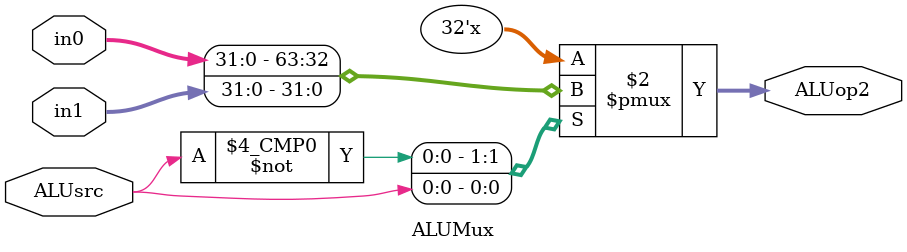
<source format=sv>
/*
The Mux is used to select the seond operand of the ALU Unit, it can either be in0, which
is the output of the second register address (RA2 -> RD2) or an immidiate (sign extended)
operand for in1. The multiplexer is entirely combinational and not syncronous with a clock.
*/

module ALUMux #(

    //the width of the data for the multiplexer
    parameter DATA_WIDTH = 32

) (
    //ALUsrc is either 0 for in0 or 1 for in1
    input logic                     ALUsrc,
    input logic  [DATA_WIDTH-1:0]   in0,
    input logic  [DATA_WIDTH-1:0]   in1,
    output logic [DATA_WIDTH-1:0]   ALUop2
);


//combinational so not doing always_ff
//instead used always_comb


always_comb
begin

    //if ALUsrc = 0, Out = in0, or Out = in1

    case(ALUsrc)

    1'b0: ALUop2 = in0;
    1'b1: ALUop2 = in1;
    default: ALUop2 = in0;

    endcase



end


endmodule

</source>
